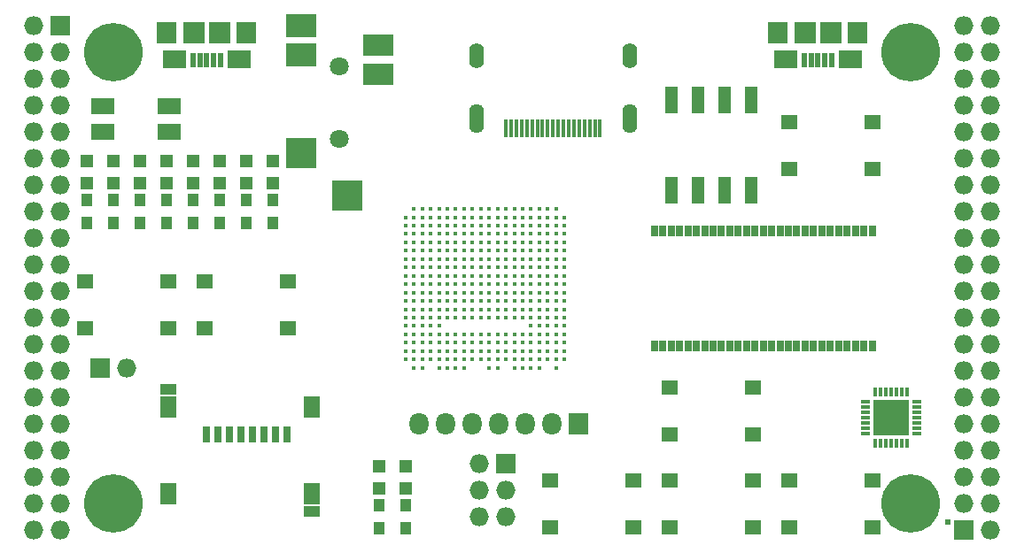
<source format=gts>
G04 #@! TF.FileFunction,Soldermask,Top*
%FSLAX46Y46*%
G04 Gerber Fmt 4.6, Leading zero omitted, Abs format (unit mm)*
G04 Created by KiCad (PCBNEW 4.0.7+dfsg1-1) date Tue Oct 31 11:13:46 2017*
%MOMM*%
%LPD*%
G01*
G04 APERTURE LIST*
%ADD10C,0.100000*%
%ADD11R,1.298880X1.298880*%
%ADD12R,0.660000X1.000000*%
%ADD13R,1.827200X1.827200*%
%ADD14O,1.827200X1.827200*%
%ADD15C,5.600000*%
%ADD16R,2.300000X1.500000*%
%ADD17R,1.000000X1.300000*%
%ADD18R,2.200000X1.700000*%
%ADD19R,2.000000X2.000000*%
%ADD20R,0.500000X1.450000*%
%ADD21R,1.900000X2.000000*%
%ADD22O,0.950000X0.400000*%
%ADD23O,0.400000X0.950000*%
%ADD24R,1.775000X1.775000*%
%ADD25R,0.600000X0.600000*%
%ADD26R,1.827200X2.132000*%
%ADD27O,1.827200X2.132000*%
%ADD28R,2.900000X2.300000*%
%ADD29R,2.900000X2.900000*%
%ADD30R,2.900000X2.100000*%
%ADD31C,1.800000*%
%ADD32O,1.400000X2.800000*%
%ADD33O,1.400000X2.400000*%
%ADD34R,0.350000X1.700000*%
%ADD35R,1.650000X1.400000*%
%ADD36R,1.220000X2.540000*%
%ADD37C,0.430000*%
%ADD38R,0.800000X1.600000*%
%ADD39R,1.550000X1.000000*%
%ADD40R,1.550000X2.100000*%
G04 APERTURE END LIST*
D10*
D11*
X118230000Y-77709020D03*
X118230000Y-75610980D03*
X115690000Y-77709020D03*
X115690000Y-75610980D03*
X113150000Y-77709020D03*
X113150000Y-75610980D03*
X110610000Y-77709020D03*
X110610000Y-75610980D03*
X108070000Y-77709020D03*
X108070000Y-75610980D03*
X105530000Y-77709020D03*
X105530000Y-75610980D03*
X102990000Y-77709020D03*
X102990000Y-75610980D03*
X100450000Y-77709020D03*
X100450000Y-75610980D03*
D12*
X175480000Y-82270000D03*
X154680000Y-93330000D03*
X155480000Y-93330000D03*
X156280000Y-93330000D03*
X157080000Y-93330000D03*
X157880000Y-93330000D03*
X158680000Y-93330000D03*
X159480000Y-93330000D03*
X160280000Y-93330000D03*
X161080000Y-93330000D03*
X161880000Y-93330000D03*
X162680000Y-93330000D03*
X163480000Y-93330000D03*
X164280000Y-93330000D03*
X165080000Y-93330000D03*
X165880000Y-93330000D03*
X166680000Y-93330000D03*
X167480000Y-93330000D03*
X168280000Y-93330000D03*
X169080000Y-93330000D03*
X169880000Y-93330000D03*
X170680000Y-93330000D03*
X171480000Y-93330000D03*
X172280000Y-93330000D03*
X173080000Y-93330000D03*
X173880000Y-93330000D03*
X174680000Y-93330000D03*
X175480000Y-93330000D03*
X174680000Y-82270000D03*
X173880000Y-82270000D03*
X173080000Y-82270000D03*
X172280000Y-82270000D03*
X171480000Y-82270000D03*
X170680000Y-82270000D03*
X169880000Y-82270000D03*
X169080000Y-82270000D03*
X168280000Y-82270000D03*
X167480000Y-82270000D03*
X166680000Y-82270000D03*
X165880000Y-82270000D03*
X165080000Y-82270000D03*
X164280000Y-82270000D03*
X163480000Y-82270000D03*
X162680000Y-82270000D03*
X161880000Y-82270000D03*
X161080000Y-82270000D03*
X160280000Y-82270000D03*
X159480000Y-82270000D03*
X158680000Y-82270000D03*
X157880000Y-82270000D03*
X157080000Y-82270000D03*
X156280000Y-82270000D03*
X155480000Y-82270000D03*
X154680000Y-82270000D03*
D13*
X97910000Y-62690000D03*
D14*
X95370000Y-62690000D03*
X97910000Y-65230000D03*
X95370000Y-65230000D03*
X97910000Y-67770000D03*
X95370000Y-67770000D03*
X97910000Y-70310000D03*
X95370000Y-70310000D03*
X97910000Y-72850000D03*
X95370000Y-72850000D03*
X97910000Y-75390000D03*
X95370000Y-75390000D03*
X97910000Y-77930000D03*
X95370000Y-77930000D03*
X97910000Y-80470000D03*
X95370000Y-80470000D03*
X97910000Y-83010000D03*
X95370000Y-83010000D03*
X97910000Y-85550000D03*
X95370000Y-85550000D03*
X97910000Y-88090000D03*
X95370000Y-88090000D03*
X97910000Y-90630000D03*
X95370000Y-90630000D03*
X97910000Y-93170000D03*
X95370000Y-93170000D03*
X97910000Y-95710000D03*
X95370000Y-95710000D03*
X97910000Y-98250000D03*
X95370000Y-98250000D03*
X97910000Y-100790000D03*
X95370000Y-100790000D03*
X97910000Y-103330000D03*
X95370000Y-103330000D03*
X97910000Y-105870000D03*
X95370000Y-105870000D03*
X97910000Y-108410000D03*
X95370000Y-108410000D03*
X97910000Y-110950000D03*
X95370000Y-110950000D03*
D13*
X184270000Y-110950000D03*
D14*
X186810000Y-110950000D03*
X184270000Y-108410000D03*
X186810000Y-108410000D03*
X184270000Y-105870000D03*
X186810000Y-105870000D03*
X184270000Y-103330000D03*
X186810000Y-103330000D03*
X184270000Y-100790000D03*
X186810000Y-100790000D03*
X184270000Y-98250000D03*
X186810000Y-98250000D03*
X184270000Y-95710000D03*
X186810000Y-95710000D03*
X184270000Y-93170000D03*
X186810000Y-93170000D03*
X184270000Y-90630000D03*
X186810000Y-90630000D03*
X184270000Y-88090000D03*
X186810000Y-88090000D03*
X184270000Y-85550000D03*
X186810000Y-85550000D03*
X184270000Y-83010000D03*
X186810000Y-83010000D03*
X184270000Y-80470000D03*
X186810000Y-80470000D03*
X184270000Y-77930000D03*
X186810000Y-77930000D03*
X184270000Y-75390000D03*
X186810000Y-75390000D03*
X184270000Y-72850000D03*
X186810000Y-72850000D03*
X184270000Y-70310000D03*
X186810000Y-70310000D03*
X184270000Y-67770000D03*
X186810000Y-67770000D03*
X184270000Y-65230000D03*
X186810000Y-65230000D03*
X184270000Y-62690000D03*
X186810000Y-62690000D03*
D15*
X102990000Y-108410000D03*
X179190000Y-108410000D03*
X179190000Y-65230000D03*
X102990000Y-65230000D03*
D16*
X108274000Y-70330000D03*
X101974000Y-70330000D03*
X101974000Y-72830000D03*
X108274000Y-72830000D03*
D13*
X101720000Y-95456000D03*
D14*
X104260000Y-95456000D03*
D11*
X128390000Y-104820980D03*
X128390000Y-106919020D03*
X130930000Y-104820980D03*
X130930000Y-106919020D03*
D17*
X128390000Y-108580000D03*
X128390000Y-110780000D03*
X130930000Y-110780000D03*
X130930000Y-108580000D03*
D18*
X114980000Y-65875000D03*
X108780000Y-65875000D03*
D19*
X113080000Y-63325000D03*
X110680000Y-63325000D03*
D20*
X113180000Y-66000000D03*
X112530000Y-66000000D03*
X111880000Y-66000000D03*
X111230000Y-66000000D03*
X110580000Y-66000000D03*
D21*
X115680000Y-63325000D03*
X108080000Y-63325000D03*
D18*
X173400000Y-65875000D03*
X167200000Y-65875000D03*
D19*
X171500000Y-63325000D03*
X169100000Y-63325000D03*
D20*
X171600000Y-66000000D03*
X170950000Y-66000000D03*
X170300000Y-66000000D03*
X169650000Y-66000000D03*
X169000000Y-66000000D03*
D21*
X174100000Y-63325000D03*
X166500000Y-63325000D03*
D13*
X140455000Y-104600000D03*
D14*
X137915000Y-104600000D03*
X140455000Y-107140000D03*
X137915000Y-107140000D03*
X140455000Y-109680000D03*
X137915000Y-109680000D03*
D17*
X118230000Y-81570000D03*
X118230000Y-79370000D03*
X115690000Y-81570000D03*
X115690000Y-79370000D03*
X113150000Y-81570000D03*
X113150000Y-79370000D03*
X110610000Y-81570000D03*
X110610000Y-79370000D03*
X108070000Y-81570000D03*
X108070000Y-79370000D03*
X105530000Y-81570000D03*
X105530000Y-79370000D03*
X102990000Y-81570000D03*
X102990000Y-79370000D03*
X100450000Y-81570000D03*
X100450000Y-79370000D03*
D22*
X179735000Y-101655000D03*
X179735000Y-101155000D03*
X179735000Y-100655000D03*
X179735000Y-100155000D03*
X179735000Y-99655000D03*
X179735000Y-99155000D03*
X179735000Y-98655000D03*
D23*
X178785000Y-97705000D03*
X178285000Y-97705000D03*
X177785000Y-97705000D03*
X177285000Y-97705000D03*
X176785000Y-97705000D03*
X176285000Y-97705000D03*
X175785000Y-97705000D03*
D22*
X174835000Y-98655000D03*
X174835000Y-99155000D03*
X174835000Y-99655000D03*
X174835000Y-100155000D03*
X174835000Y-100655000D03*
X174835000Y-101155000D03*
X174835000Y-101655000D03*
D23*
X175785000Y-102605000D03*
X176285000Y-102605000D03*
X176785000Y-102605000D03*
X177285000Y-102605000D03*
X177785000Y-102605000D03*
X178285000Y-102605000D03*
X178785000Y-102605000D03*
D24*
X176447500Y-99317500D03*
X176447500Y-100992500D03*
X178122500Y-99317500D03*
X178122500Y-100992500D03*
D25*
X182680000Y-110200000D03*
D26*
X147440000Y-100790000D03*
D27*
X144900000Y-100790000D03*
X142360000Y-100790000D03*
X139820000Y-100790000D03*
X137280000Y-100790000D03*
X134740000Y-100790000D03*
X132200000Y-100790000D03*
D28*
X120880000Y-62640000D03*
X120880000Y-65440000D03*
D29*
X120880000Y-74840000D03*
X125330000Y-78940000D03*
D30*
X128280000Y-67340000D03*
X128280000Y-64540000D03*
D31*
X124580000Y-66540000D03*
X124580000Y-73540000D03*
D32*
X152280000Y-71550000D03*
X137680000Y-71550000D03*
D33*
X137680000Y-65500000D03*
D34*
X140480000Y-72500000D03*
X140980000Y-72500000D03*
X141480000Y-72500000D03*
X141980000Y-72500000D03*
X142480000Y-72500000D03*
X142980000Y-72500000D03*
X143480000Y-72500000D03*
X143980000Y-72500000D03*
X144480000Y-72500000D03*
X144980000Y-72500000D03*
X145480000Y-72500000D03*
X145980000Y-72500000D03*
X146480000Y-72500000D03*
X146980000Y-72500000D03*
X147480000Y-72500000D03*
X147980000Y-72500000D03*
X148480000Y-72500000D03*
X148980000Y-72500000D03*
X149480000Y-72500000D03*
D33*
X152280000Y-65500000D03*
D35*
X175550000Y-71870000D03*
X175550000Y-76370000D03*
X167590000Y-76370000D03*
X167590000Y-71870000D03*
X100280000Y-91610000D03*
X100280000Y-87110000D03*
X108240000Y-87110000D03*
X108240000Y-91610000D03*
X111710000Y-91610000D03*
X111710000Y-87110000D03*
X119670000Y-87110000D03*
X119670000Y-91610000D03*
X156160000Y-101770000D03*
X156160000Y-97270000D03*
X164120000Y-97270000D03*
X164120000Y-101770000D03*
X164120000Y-106160000D03*
X164120000Y-110660000D03*
X156160000Y-110660000D03*
X156160000Y-106160000D03*
X152690000Y-106160000D03*
X152690000Y-110660000D03*
X144730000Y-110660000D03*
X144730000Y-106160000D03*
X175550000Y-106160000D03*
X175550000Y-110660000D03*
X167590000Y-110660000D03*
X167590000Y-106160000D03*
D36*
X163950000Y-69815000D03*
X156330000Y-78425000D03*
X161410000Y-69815000D03*
X158870000Y-78425000D03*
X158870000Y-69815000D03*
X161410000Y-78425000D03*
X156330000Y-69815000D03*
X163950000Y-78425000D03*
D37*
X131680000Y-80200000D03*
X132480000Y-80200000D03*
X133280000Y-80200000D03*
X134080000Y-80200000D03*
X134880000Y-80200000D03*
X135680000Y-80200000D03*
X136480000Y-80200000D03*
X137280000Y-80200000D03*
X138080000Y-80200000D03*
X138880000Y-80200000D03*
X139680000Y-80200000D03*
X140480000Y-80200000D03*
X141280000Y-80200000D03*
X142080000Y-80200000D03*
X142880000Y-80200000D03*
X143680000Y-80200000D03*
X144480000Y-80200000D03*
X145280000Y-80200000D03*
X130880000Y-81000000D03*
X131680000Y-81000000D03*
X132480000Y-81000000D03*
X133280000Y-81000000D03*
X134080000Y-81000000D03*
X134880000Y-81000000D03*
X135680000Y-81000000D03*
X136480000Y-81000000D03*
X137280000Y-81000000D03*
X138080000Y-81000000D03*
X138880000Y-81000000D03*
X139680000Y-81000000D03*
X140480000Y-81000000D03*
X141280000Y-81000000D03*
X142080000Y-81000000D03*
X142880000Y-81000000D03*
X143680000Y-81000000D03*
X144480000Y-81000000D03*
X145280000Y-81000000D03*
X146080000Y-81000000D03*
X130880000Y-81800000D03*
X131680000Y-81800000D03*
X132480000Y-81800000D03*
X133280000Y-81800000D03*
X134080000Y-81800000D03*
X134880000Y-81800000D03*
X135680000Y-81800000D03*
X136480000Y-81800000D03*
X137280000Y-81800000D03*
X138080000Y-81800000D03*
X138880000Y-81800000D03*
X139680000Y-81800000D03*
X140480000Y-81800000D03*
X141280000Y-81800000D03*
X142080000Y-81800000D03*
X142880000Y-81800000D03*
X143680000Y-81800000D03*
X144480000Y-81800000D03*
X145280000Y-81800000D03*
X146080000Y-81800000D03*
X130880000Y-82600000D03*
X131680000Y-82600000D03*
X132480000Y-82600000D03*
X133280000Y-82600000D03*
X134080000Y-82600000D03*
X134880000Y-82600000D03*
X135680000Y-82600000D03*
X136480000Y-82600000D03*
X137280000Y-82600000D03*
X138080000Y-82600000D03*
X138880000Y-82600000D03*
X139680000Y-82600000D03*
X140480000Y-82600000D03*
X141280000Y-82600000D03*
X142080000Y-82600000D03*
X142880000Y-82600000D03*
X143680000Y-82600000D03*
X144480000Y-82600000D03*
X145280000Y-82600000D03*
X146080000Y-82600000D03*
X130880000Y-83400000D03*
X131680000Y-83400000D03*
X132480000Y-83400000D03*
X133280000Y-83400000D03*
X134080000Y-83400000D03*
X134880000Y-83400000D03*
X135680000Y-83400000D03*
X136480000Y-83400000D03*
X137280000Y-83400000D03*
X138080000Y-83400000D03*
X138880000Y-83400000D03*
X139680000Y-83400000D03*
X140480000Y-83400000D03*
X141280000Y-83400000D03*
X142080000Y-83400000D03*
X142880000Y-83400000D03*
X143680000Y-83400000D03*
X144480000Y-83400000D03*
X145280000Y-83400000D03*
X146080000Y-83400000D03*
X130880000Y-84200000D03*
X131680000Y-84200000D03*
X132480000Y-84200000D03*
X133280000Y-84200000D03*
X134080000Y-84200000D03*
X134880000Y-84200000D03*
X135680000Y-84200000D03*
X136480000Y-84200000D03*
X137280000Y-84200000D03*
X138080000Y-84200000D03*
X138880000Y-84200000D03*
X139680000Y-84200000D03*
X140480000Y-84200000D03*
X141280000Y-84200000D03*
X142080000Y-84200000D03*
X142880000Y-84200000D03*
X143680000Y-84200000D03*
X144480000Y-84200000D03*
X145280000Y-84200000D03*
X146080000Y-84200000D03*
X130880000Y-85000000D03*
X131680000Y-85000000D03*
X132480000Y-85000000D03*
X133280000Y-85000000D03*
X134080000Y-85000000D03*
X134880000Y-85000000D03*
X135680000Y-85000000D03*
X136480000Y-85000000D03*
X137280000Y-85000000D03*
X138080000Y-85000000D03*
X138880000Y-85000000D03*
X139680000Y-85000000D03*
X140480000Y-85000000D03*
X141280000Y-85000000D03*
X142080000Y-85000000D03*
X142880000Y-85000000D03*
X143680000Y-85000000D03*
X144480000Y-85000000D03*
X145280000Y-85000000D03*
X146080000Y-85000000D03*
X130880000Y-85800000D03*
X131680000Y-85800000D03*
X132480000Y-85800000D03*
X133280000Y-85800000D03*
X134080000Y-85800000D03*
X134880000Y-85800000D03*
X135680000Y-85800000D03*
X136480000Y-85800000D03*
X137280000Y-85800000D03*
X138080000Y-85800000D03*
X138880000Y-85800000D03*
X139680000Y-85800000D03*
X140480000Y-85800000D03*
X141280000Y-85800000D03*
X142080000Y-85800000D03*
X142880000Y-85800000D03*
X143680000Y-85800000D03*
X144480000Y-85800000D03*
X145280000Y-85800000D03*
X146080000Y-85800000D03*
X130880000Y-86600000D03*
X131680000Y-86600000D03*
X132480000Y-86600000D03*
X133280000Y-86600000D03*
X134080000Y-86600000D03*
X134880000Y-86600000D03*
X135680000Y-86600000D03*
X136480000Y-86600000D03*
X137280000Y-86600000D03*
X138080000Y-86600000D03*
X138880000Y-86600000D03*
X139680000Y-86600000D03*
X140480000Y-86600000D03*
X141280000Y-86600000D03*
X142080000Y-86600000D03*
X142880000Y-86600000D03*
X143680000Y-86600000D03*
X144480000Y-86600000D03*
X145280000Y-86600000D03*
X146080000Y-86600000D03*
X130880000Y-87400000D03*
X131680000Y-87400000D03*
X132480000Y-87400000D03*
X133280000Y-87400000D03*
X134080000Y-87400000D03*
X134880000Y-87400000D03*
X135680000Y-87400000D03*
X136480000Y-87400000D03*
X137280000Y-87400000D03*
X138080000Y-87400000D03*
X138880000Y-87400000D03*
X139680000Y-87400000D03*
X140480000Y-87400000D03*
X141280000Y-87400000D03*
X142080000Y-87400000D03*
X142880000Y-87400000D03*
X143680000Y-87400000D03*
X144480000Y-87400000D03*
X145280000Y-87400000D03*
X146080000Y-87400000D03*
X130880000Y-88200000D03*
X131680000Y-88200000D03*
X132480000Y-88200000D03*
X133280000Y-88200000D03*
X134080000Y-88200000D03*
X134880000Y-88200000D03*
X135680000Y-88200000D03*
X136480000Y-88200000D03*
X137280000Y-88200000D03*
X138080000Y-88200000D03*
X138880000Y-88200000D03*
X139680000Y-88200000D03*
X140480000Y-88200000D03*
X141280000Y-88200000D03*
X142080000Y-88200000D03*
X142880000Y-88200000D03*
X143680000Y-88200000D03*
X144480000Y-88200000D03*
X145280000Y-88200000D03*
X146080000Y-88200000D03*
X130880000Y-89000000D03*
X131680000Y-89000000D03*
X132480000Y-89000000D03*
X133280000Y-89000000D03*
X134080000Y-89000000D03*
X134880000Y-89000000D03*
X135680000Y-89000000D03*
X136480000Y-89000000D03*
X137280000Y-89000000D03*
X138080000Y-89000000D03*
X138880000Y-89000000D03*
X139680000Y-89000000D03*
X140480000Y-89000000D03*
X141280000Y-89000000D03*
X142080000Y-89000000D03*
X142880000Y-89000000D03*
X143680000Y-89000000D03*
X144480000Y-89000000D03*
X145280000Y-89000000D03*
X146080000Y-89000000D03*
X130880000Y-89800000D03*
X131680000Y-89800000D03*
X132480000Y-89800000D03*
X133280000Y-89800000D03*
X134080000Y-89800000D03*
X134880000Y-89800000D03*
X135680000Y-89800000D03*
X136480000Y-89800000D03*
X137280000Y-89800000D03*
X138080000Y-89800000D03*
X138880000Y-89800000D03*
X139680000Y-89800000D03*
X140480000Y-89800000D03*
X141280000Y-89800000D03*
X142080000Y-89800000D03*
X142880000Y-89800000D03*
X143680000Y-89800000D03*
X144480000Y-89800000D03*
X145280000Y-89800000D03*
X146080000Y-89800000D03*
X130880000Y-90600000D03*
X131680000Y-90600000D03*
X132480000Y-90600000D03*
X133280000Y-90600000D03*
X134080000Y-90600000D03*
X134880000Y-90600000D03*
X135680000Y-90600000D03*
X136480000Y-90600000D03*
X137280000Y-90600000D03*
X138080000Y-90600000D03*
X138880000Y-90600000D03*
X139680000Y-90600000D03*
X140480000Y-90600000D03*
X141280000Y-90600000D03*
X142080000Y-90600000D03*
X142880000Y-90600000D03*
X143680000Y-90600000D03*
X144480000Y-90600000D03*
X145280000Y-90600000D03*
X146080000Y-90600000D03*
X130880000Y-91400000D03*
X131680000Y-91400000D03*
X132480000Y-91400000D03*
X133280000Y-91400000D03*
X134080000Y-91400000D03*
X142880000Y-91400000D03*
X143680000Y-91400000D03*
X144480000Y-91400000D03*
X145280000Y-91400000D03*
X146080000Y-91400000D03*
X130880000Y-92200000D03*
X131680000Y-92200000D03*
X132480000Y-92200000D03*
X133280000Y-92200000D03*
X134080000Y-92200000D03*
X134880000Y-92200000D03*
X135680000Y-92200000D03*
X136480000Y-92200000D03*
X137280000Y-92200000D03*
X138080000Y-92200000D03*
X138880000Y-92200000D03*
X139680000Y-92200000D03*
X140480000Y-92200000D03*
X141280000Y-92200000D03*
X142080000Y-92200000D03*
X142880000Y-92200000D03*
X143680000Y-92200000D03*
X144480000Y-92200000D03*
X145280000Y-92200000D03*
X146080000Y-92200000D03*
X130880000Y-93000000D03*
X131680000Y-93000000D03*
X132480000Y-93000000D03*
X133280000Y-93000000D03*
X134080000Y-93000000D03*
X134880000Y-93000000D03*
X135680000Y-93000000D03*
X136480000Y-93000000D03*
X137280000Y-93000000D03*
X138080000Y-93000000D03*
X138880000Y-93000000D03*
X139680000Y-93000000D03*
X140480000Y-93000000D03*
X141280000Y-93000000D03*
X142080000Y-93000000D03*
X142880000Y-93000000D03*
X143680000Y-93000000D03*
X144480000Y-93000000D03*
X145280000Y-93000000D03*
X146080000Y-93000000D03*
X130880000Y-93800000D03*
X131680000Y-93800000D03*
X132480000Y-93800000D03*
X133280000Y-93800000D03*
X134080000Y-93800000D03*
X134880000Y-93800000D03*
X135680000Y-93800000D03*
X136480000Y-93800000D03*
X137280000Y-93800000D03*
X138080000Y-93800000D03*
X138880000Y-93800000D03*
X139680000Y-93800000D03*
X140480000Y-93800000D03*
X141280000Y-93800000D03*
X142080000Y-93800000D03*
X142880000Y-93800000D03*
X143680000Y-93800000D03*
X144480000Y-93800000D03*
X145280000Y-93800000D03*
X146080000Y-93800000D03*
X130880000Y-94600000D03*
X131680000Y-94600000D03*
X132480000Y-94600000D03*
X133280000Y-94600000D03*
X134080000Y-94600000D03*
X134880000Y-94600000D03*
X135680000Y-94600000D03*
X136480000Y-94600000D03*
X137280000Y-94600000D03*
X138080000Y-94600000D03*
X138880000Y-94600000D03*
X139680000Y-94600000D03*
X140480000Y-94600000D03*
X141280000Y-94600000D03*
X142080000Y-94600000D03*
X142880000Y-94600000D03*
X143680000Y-94600000D03*
X144480000Y-94600000D03*
X145280000Y-94600000D03*
X146080000Y-94600000D03*
X131680000Y-95400000D03*
X132480000Y-95400000D03*
X134080000Y-95400000D03*
X134880000Y-95400000D03*
X135680000Y-95400000D03*
X136480000Y-95400000D03*
X138880000Y-95400000D03*
X139680000Y-95400000D03*
X141280000Y-95400000D03*
X142080000Y-95400000D03*
X142880000Y-95400000D03*
X143680000Y-95400000D03*
X145280000Y-95400000D03*
D38*
X111855000Y-101765000D03*
X112955000Y-101765000D03*
X114055000Y-101765000D03*
X115155000Y-101765000D03*
X116255000Y-101765000D03*
X117355000Y-101765000D03*
X118455000Y-101765000D03*
X119555000Y-101765000D03*
D39*
X108180000Y-97465000D03*
X121930000Y-109115000D03*
D40*
X121930000Y-99165000D03*
X108180000Y-99165000D03*
X108180000Y-107465000D03*
X121930000Y-107465000D03*
M02*

</source>
